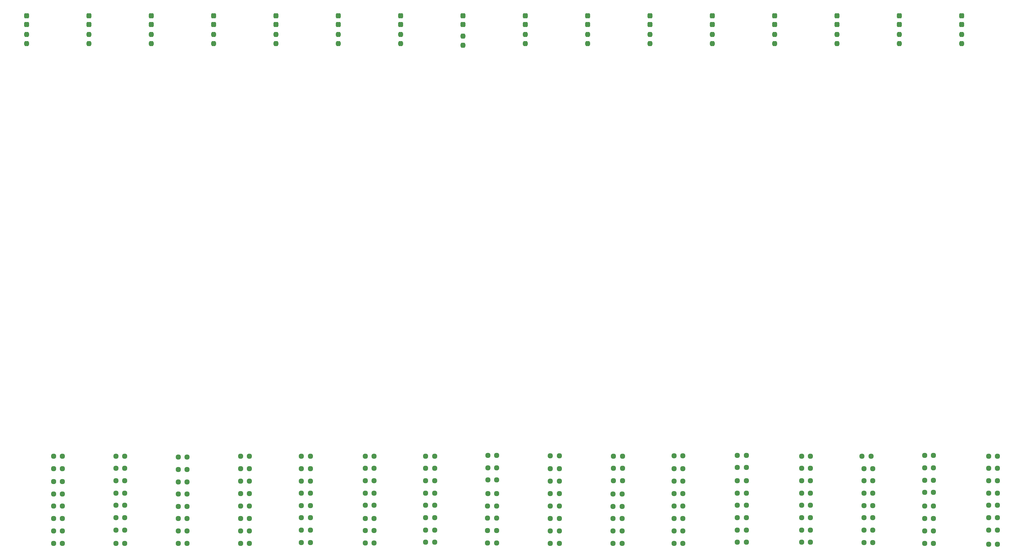
<source format=gbr>
%TF.GenerationSoftware,KiCad,Pcbnew,7.0.5*%
%TF.CreationDate,2024-09-17T03:27:58-04:00*%
%TF.ProjectId,motherboard,6d6f7468-6572-4626-9f61-72642e6b6963,rev?*%
%TF.SameCoordinates,Original*%
%TF.FileFunction,Paste,Top*%
%TF.FilePolarity,Positive*%
%FSLAX46Y46*%
G04 Gerber Fmt 4.6, Leading zero omitted, Abs format (unit mm)*
G04 Created by KiCad (PCBNEW 7.0.5) date 2024-09-17 03:27:58*
%MOMM*%
%LPD*%
G01*
G04 APERTURE LIST*
G04 Aperture macros list*
%AMRoundRect*
0 Rectangle with rounded corners*
0 $1 Rounding radius*
0 $2 $3 $4 $5 $6 $7 $8 $9 X,Y pos of 4 corners*
0 Add a 4 corners polygon primitive as box body*
4,1,4,$2,$3,$4,$5,$6,$7,$8,$9,$2,$3,0*
0 Add four circle primitives for the rounded corners*
1,1,$1+$1,$2,$3*
1,1,$1+$1,$4,$5*
1,1,$1+$1,$6,$7*
1,1,$1+$1,$8,$9*
0 Add four rect primitives between the rounded corners*
20,1,$1+$1,$2,$3,$4,$5,0*
20,1,$1+$1,$4,$5,$6,$7,0*
20,1,$1+$1,$6,$7,$8,$9,0*
20,1,$1+$1,$8,$9,$2,$3,0*%
G04 Aperture macros list end*
%ADD10RoundRect,0.237500X0.250000X0.237500X-0.250000X0.237500X-0.250000X-0.237500X0.250000X-0.237500X0*%
%ADD11RoundRect,0.237500X-0.237500X0.250000X-0.237500X-0.250000X0.237500X-0.250000X0.237500X0.250000X0*%
%ADD12RoundRect,0.237500X-0.237500X0.287500X-0.237500X-0.287500X0.237500X-0.287500X0.237500X0.287500X0*%
G04 APERTURE END LIST*
D10*
%TO.C,r144*%
X248562500Y-146260000D03*
X246737500Y-146260000D03*
%TD*%
%TO.C,r143*%
X248562500Y-143330000D03*
X246737500Y-143330000D03*
%TD*%
%TO.C,r142*%
X248562500Y-140820000D03*
X246737500Y-140820000D03*
%TD*%
%TO.C,r141*%
X248562500Y-138310000D03*
X246737500Y-138310000D03*
%TD*%
%TO.C,r140*%
X248562500Y-135800000D03*
X246737500Y-135800000D03*
%TD*%
%TO.C,r139*%
X248562500Y-133290000D03*
X246737500Y-133290000D03*
%TD*%
%TO.C,r138*%
X248562500Y-130780000D03*
X246737500Y-130780000D03*
%TD*%
%TO.C,r137*%
X248562500Y-128270000D03*
X246737500Y-128270000D03*
%TD*%
D11*
%TO.C,r136*%
X241300000Y-42267500D03*
X241300000Y-44092500D03*
%TD*%
D10*
%TO.C,r135*%
X235524338Y-146050000D03*
X233699338Y-146050000D03*
%TD*%
%TO.C,r134*%
X235524338Y-143510000D03*
X233699338Y-143510000D03*
%TD*%
%TO.C,r133*%
X235524338Y-140970000D03*
X233699338Y-140970000D03*
%TD*%
%TO.C,r132*%
X233699338Y-138430000D03*
X235524338Y-138430000D03*
%TD*%
%TO.C,r131*%
X235524338Y-135683756D03*
X233699338Y-135683756D03*
%TD*%
%TO.C,r130*%
X235524338Y-133173756D03*
X233699338Y-133173756D03*
%TD*%
%TO.C,r129*%
X235524338Y-130663756D03*
X233699338Y-130663756D03*
%TD*%
%TO.C,r128*%
X235524338Y-128153756D03*
X233699338Y-128153756D03*
%TD*%
D11*
%TO.C,r127*%
X228600000Y-42267500D03*
X228600000Y-44092500D03*
%TD*%
D10*
%TO.C,r126*%
X223162500Y-145870000D03*
X221337500Y-145870000D03*
%TD*%
%TO.C,r125*%
X223162500Y-143360000D03*
X221337500Y-143360000D03*
%TD*%
%TO.C,r124*%
X223162500Y-140850000D03*
X221337500Y-140850000D03*
%TD*%
%TO.C,r123*%
X223162500Y-138340000D03*
X221337500Y-138340000D03*
%TD*%
%TO.C,r122*%
X223162500Y-135830000D03*
X221337500Y-135830000D03*
%TD*%
%TO.C,r121*%
X223162500Y-133320000D03*
X221337500Y-133320000D03*
%TD*%
%TO.C,r120*%
X223162500Y-130810000D03*
X221337500Y-130810000D03*
%TD*%
%TO.C,r119*%
X222805000Y-128270000D03*
X220980000Y-128270000D03*
%TD*%
D11*
%TO.C,r118*%
X215900000Y-42267500D03*
X215900000Y-44092500D03*
%TD*%
D10*
%TO.C,r117*%
X210462500Y-145840000D03*
X208637500Y-145840000D03*
%TD*%
%TO.C,r116*%
X210462500Y-143330000D03*
X208637500Y-143330000D03*
%TD*%
%TO.C,r115*%
X210462500Y-140820000D03*
X208637500Y-140820000D03*
%TD*%
%TO.C,r114*%
X210462500Y-138310000D03*
X208637500Y-138310000D03*
%TD*%
%TO.C,r113*%
X210462500Y-135800000D03*
X208637500Y-135800000D03*
%TD*%
%TO.C,r112*%
X210462500Y-133290000D03*
X208637500Y-133290000D03*
%TD*%
%TO.C,r111*%
X210462500Y-130780000D03*
X208637500Y-130780000D03*
%TD*%
%TO.C,r110*%
X210462500Y-128270000D03*
X208637500Y-128270000D03*
%TD*%
D11*
%TO.C,r109*%
X203200000Y-42267500D03*
X203200000Y-44092500D03*
%TD*%
D10*
%TO.C,r108*%
X197403333Y-145840234D03*
X195578333Y-145840234D03*
%TD*%
%TO.C,r107*%
X197403333Y-143330234D03*
X195578333Y-143330234D03*
%TD*%
%TO.C,r106*%
X197403333Y-140820234D03*
X195578333Y-140820234D03*
%TD*%
%TO.C,r105*%
X197403333Y-138310234D03*
X195578333Y-138310234D03*
%TD*%
%TO.C,r104*%
X197403333Y-135800234D03*
X195578333Y-135800234D03*
%TD*%
%TO.C,r103*%
X197403333Y-133290234D03*
X195578333Y-133290234D03*
%TD*%
%TO.C,r102*%
X197377845Y-130609199D03*
X195552845Y-130609199D03*
%TD*%
%TO.C,r101*%
X197377845Y-128099199D03*
X195552845Y-128099199D03*
%TD*%
D11*
%TO.C,r100*%
X190500000Y-42267500D03*
X190500000Y-44092500D03*
%TD*%
D10*
%TO.C,r99*%
X184505108Y-146050000D03*
X182680108Y-146050000D03*
%TD*%
%TO.C,r98*%
X184505108Y-143510000D03*
X182680108Y-143510000D03*
%TD*%
%TO.C,r97*%
X184505108Y-140970000D03*
X182680108Y-140970000D03*
%TD*%
%TO.C,r96*%
X184505108Y-138430000D03*
X182680108Y-138430000D03*
%TD*%
%TO.C,r95*%
X184505108Y-135890000D03*
X182680108Y-135890000D03*
%TD*%
%TO.C,r94*%
X184505108Y-133350000D03*
X182680108Y-133350000D03*
%TD*%
%TO.C,r93*%
X184505108Y-130810000D03*
X182680108Y-130810000D03*
%TD*%
%TO.C,r92*%
X184505108Y-128164940D03*
X182680108Y-128164940D03*
%TD*%
D11*
%TO.C,r91*%
X177800000Y-42267500D03*
X177800000Y-44092500D03*
%TD*%
D10*
%TO.C,r90*%
X172094980Y-146050000D03*
X170269980Y-146050000D03*
%TD*%
%TO.C,r89*%
X172094980Y-143540000D03*
X170269980Y-143540000D03*
%TD*%
%TO.C,r88*%
X172094980Y-141030000D03*
X170269980Y-141030000D03*
%TD*%
%TO.C,r87*%
X172094980Y-138520000D03*
X170269980Y-138520000D03*
%TD*%
%TO.C,r86*%
X172094980Y-136010000D03*
X170269980Y-136010000D03*
%TD*%
%TO.C,r85*%
X172184941Y-133290000D03*
X170359941Y-133290000D03*
%TD*%
%TO.C,r84*%
X172184941Y-130780000D03*
X170359941Y-130780000D03*
%TD*%
%TO.C,r83*%
X172184941Y-128270000D03*
X170359941Y-128270000D03*
%TD*%
D11*
%TO.C,r82*%
X165100000Y-42267500D03*
X165100000Y-44092500D03*
%TD*%
D10*
%TO.C,r81*%
X159320361Y-146050000D03*
X157495361Y-146050000D03*
%TD*%
%TO.C,r80*%
X159320361Y-143510000D03*
X157495361Y-143510000D03*
%TD*%
%TO.C,r79*%
X159320361Y-140970000D03*
X157495361Y-140970000D03*
%TD*%
%TO.C,r78*%
X159320361Y-138430000D03*
X157495361Y-138430000D03*
%TD*%
%TO.C,r77*%
X159320361Y-135890000D03*
X157495361Y-135890000D03*
%TD*%
%TO.C,r76*%
X159320361Y-133350000D03*
X157495361Y-133350000D03*
%TD*%
%TO.C,r75*%
X157495361Y-130810000D03*
X159320361Y-130810000D03*
%TD*%
%TO.C,r74*%
X159320361Y-128198876D03*
X157495361Y-128198876D03*
%TD*%
D11*
%TO.C,r73*%
X152400000Y-42267500D03*
X152400000Y-44092500D03*
%TD*%
D10*
%TO.C,r72*%
X146496337Y-145951860D03*
X144671337Y-145951860D03*
%TD*%
%TO.C,r71*%
X146496337Y-143441860D03*
X144671337Y-143441860D03*
%TD*%
%TO.C,r70*%
X146496337Y-140931860D03*
X144671337Y-140931860D03*
%TD*%
%TO.C,r69*%
X146496337Y-138421860D03*
X144671337Y-138421860D03*
%TD*%
%TO.C,r68*%
X146564593Y-135890000D03*
X144739593Y-135890000D03*
%TD*%
%TO.C,r67*%
X146564593Y-133144069D03*
X144739593Y-133144069D03*
%TD*%
%TO.C,r66*%
X146564593Y-130634069D03*
X144739593Y-130634069D03*
%TD*%
%TO.C,r65*%
X146564593Y-128124069D03*
X144739593Y-128124069D03*
%TD*%
D11*
%TO.C,r64*%
X139700000Y-42625000D03*
X139700000Y-44450000D03*
%TD*%
D10*
%TO.C,r63*%
X133905000Y-145840000D03*
X132080000Y-145840000D03*
%TD*%
%TO.C,r62*%
X133905000Y-143330000D03*
X132080000Y-143330000D03*
%TD*%
%TO.C,r61*%
X133905000Y-140820000D03*
X132080000Y-140820000D03*
%TD*%
%TO.C,r60*%
X133905000Y-138310000D03*
X132080000Y-138310000D03*
%TD*%
%TO.C,r59*%
X133905000Y-135800000D03*
X132080000Y-135800000D03*
%TD*%
%TO.C,r58*%
X133905000Y-133290000D03*
X132080000Y-133290000D03*
%TD*%
%TO.C,r57*%
X133905000Y-130780000D03*
X132080000Y-130780000D03*
%TD*%
%TO.C,r56*%
X133905000Y-128270000D03*
X132080000Y-128270000D03*
%TD*%
D11*
%TO.C,r55*%
X127000000Y-42267500D03*
X127000000Y-44092500D03*
%TD*%
D10*
%TO.C,r54*%
X121562500Y-145990000D03*
X119737500Y-145990000D03*
%TD*%
%TO.C,r53*%
X121562500Y-143480000D03*
X119737500Y-143480000D03*
%TD*%
%TO.C,r52*%
X121562500Y-140970000D03*
X119737500Y-140970000D03*
%TD*%
%TO.C,r51*%
X121562500Y-138310000D03*
X119737500Y-138310000D03*
%TD*%
%TO.C,r50*%
X121562500Y-135800000D03*
X119737500Y-135800000D03*
%TD*%
%TO.C,r49*%
X121562500Y-133290000D03*
X119737500Y-133290000D03*
%TD*%
%TO.C,r48*%
X121562500Y-130780000D03*
X119737500Y-130780000D03*
%TD*%
%TO.C,r47*%
X121562500Y-128270000D03*
X119737500Y-128270000D03*
%TD*%
D11*
%TO.C,r46*%
X114300000Y-42267500D03*
X114300000Y-44092500D03*
%TD*%
D10*
%TO.C,r45*%
X108564780Y-145880439D03*
X106739780Y-145880439D03*
%TD*%
%TO.C,r44*%
X106739780Y-143370439D03*
X108564780Y-143370439D03*
%TD*%
%TO.C,r43*%
X108564780Y-140860439D03*
X106739780Y-140860439D03*
%TD*%
%TO.C,r42*%
X108564780Y-138350439D03*
X106739780Y-138350439D03*
%TD*%
%TO.C,r41*%
X108564780Y-135840439D03*
X106739780Y-135840439D03*
%TD*%
%TO.C,r40*%
X108564780Y-133330439D03*
X106739780Y-133330439D03*
%TD*%
%TO.C,r39*%
X108564780Y-130820439D03*
X106739780Y-130820439D03*
%TD*%
%TO.C,r38*%
X108564780Y-128310439D03*
X106739780Y-128310439D03*
%TD*%
D11*
%TO.C,r37*%
X101600000Y-42267500D03*
X101600000Y-44092500D03*
%TD*%
D10*
%TO.C,r36*%
X96162500Y-146050000D03*
X94337500Y-146050000D03*
%TD*%
%TO.C,r35*%
X96162500Y-143510000D03*
X94337500Y-143510000D03*
%TD*%
%TO.C,r34*%
X96162500Y-140970000D03*
X94337500Y-140970000D03*
%TD*%
%TO.C,r33*%
X96162500Y-138430000D03*
X94337500Y-138430000D03*
%TD*%
%TO.C,r32*%
X96162500Y-135890000D03*
X94337500Y-135890000D03*
%TD*%
%TO.C,r31*%
X96162500Y-133350000D03*
X94337500Y-133350000D03*
%TD*%
%TO.C,r30*%
X96162500Y-130810000D03*
X94337500Y-130810000D03*
%TD*%
%TO.C,r29*%
X96162500Y-128270000D03*
X94337500Y-128270000D03*
%TD*%
D11*
%TO.C,r28*%
X88900000Y-42267500D03*
X88900000Y-44092500D03*
%TD*%
D10*
%TO.C,r27*%
X83462500Y-146050000D03*
X81637500Y-146050000D03*
%TD*%
%TO.C,r26*%
X83462500Y-143540000D03*
X81637500Y-143540000D03*
%TD*%
%TO.C,r25*%
X83462500Y-141030000D03*
X81637500Y-141030000D03*
%TD*%
%TO.C,r24*%
X83462500Y-138520000D03*
X81637500Y-138520000D03*
%TD*%
%TO.C,r23*%
X83462500Y-136010000D03*
X81637500Y-136010000D03*
%TD*%
%TO.C,r22*%
X83462500Y-133500000D03*
X81637500Y-133500000D03*
%TD*%
%TO.C,r21*%
X83462500Y-130990000D03*
X81637500Y-130990000D03*
%TD*%
%TO.C,r20*%
X83462500Y-128480000D03*
X81637500Y-128480000D03*
%TD*%
D11*
%TO.C,r19*%
X76200000Y-42267500D03*
X76200000Y-44092500D03*
%TD*%
D10*
%TO.C,r18*%
X58062500Y-146050000D03*
X56237500Y-146050000D03*
%TD*%
%TO.C,r17*%
X58062500Y-143510000D03*
X56237500Y-143510000D03*
%TD*%
%TO.C,r16*%
X58062500Y-140970000D03*
X56237500Y-140970000D03*
%TD*%
%TO.C,r15*%
X58062500Y-138490000D03*
X56237500Y-138490000D03*
%TD*%
%TO.C,r14*%
X58062500Y-135980000D03*
X56237500Y-135980000D03*
%TD*%
%TO.C,r13*%
X56237500Y-133470000D03*
X58062500Y-133470000D03*
%TD*%
%TO.C,r12*%
X58062500Y-130810000D03*
X56237500Y-130810000D03*
%TD*%
%TO.C,r11*%
X56237500Y-128270000D03*
X58062500Y-128270000D03*
%TD*%
D11*
%TO.C,r10*%
X50800000Y-42267500D03*
X50800000Y-44092500D03*
%TD*%
D10*
%TO.C,r9*%
X70762500Y-146050000D03*
X68937500Y-146050000D03*
%TD*%
%TO.C,r8*%
X68937500Y-143330000D03*
X70762500Y-143330000D03*
%TD*%
%TO.C,r7*%
X70762500Y-140820000D03*
X68937500Y-140820000D03*
%TD*%
%TO.C,r6*%
X70762500Y-138310000D03*
X68937500Y-138310000D03*
%TD*%
%TO.C,r5*%
X70762500Y-135800000D03*
X68937500Y-135800000D03*
%TD*%
%TO.C,r4*%
X70762500Y-133290000D03*
X68937500Y-133290000D03*
%TD*%
%TO.C,r3*%
X70762500Y-130780000D03*
X68937500Y-130780000D03*
%TD*%
%TO.C,r2*%
X70762500Y-128270000D03*
X68937500Y-128270000D03*
%TD*%
D11*
%TO.C,r1*%
X63500000Y-44092500D03*
X63500000Y-42267500D03*
%TD*%
D12*
%TO.C,D16*%
X241300000Y-38495000D03*
X241300000Y-40245000D03*
%TD*%
%TO.C,D15*%
X228600000Y-38495000D03*
X228600000Y-40245000D03*
%TD*%
%TO.C,D14*%
X215900000Y-38495000D03*
X215900000Y-40245000D03*
%TD*%
%TO.C,D13*%
X203200000Y-38495000D03*
X203200000Y-40245000D03*
%TD*%
%TO.C,D12*%
X190500000Y-38495000D03*
X190500000Y-40245000D03*
%TD*%
%TO.C,D11*%
X177800000Y-38495000D03*
X177800000Y-40245000D03*
%TD*%
%TO.C,D10*%
X165100000Y-38495000D03*
X165100000Y-40245000D03*
%TD*%
%TO.C,D9*%
X152400000Y-38495000D03*
X152400000Y-40245000D03*
%TD*%
%TO.C,D8*%
X139700000Y-38495000D03*
X139700000Y-40245000D03*
%TD*%
%TO.C,D7*%
X127000000Y-38495000D03*
X127000000Y-40245000D03*
%TD*%
%TO.C,D6*%
X114300000Y-38495000D03*
X114300000Y-40245000D03*
%TD*%
%TO.C,D5*%
X101600000Y-38495000D03*
X101600000Y-40245000D03*
%TD*%
%TO.C,D4*%
X88900000Y-38495000D03*
X88900000Y-40245000D03*
%TD*%
%TO.C,D3*%
X76200000Y-38495000D03*
X76200000Y-40245000D03*
%TD*%
%TO.C,D2*%
X50800000Y-38495000D03*
X50800000Y-40245000D03*
%TD*%
%TO.C,D1*%
X63500000Y-38495000D03*
X63500000Y-40245000D03*
%TD*%
M02*

</source>
